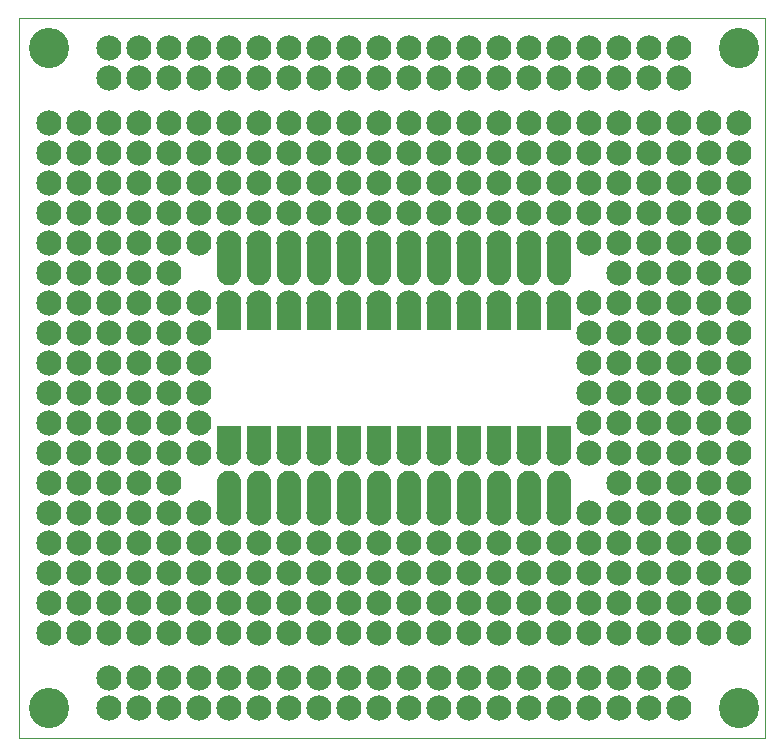
<source format=gts>
G75*
%MOIN*%
%OFA0B0*%
%FSLAX25Y25*%
%IPPOS*%
%LPD*%
%AMOC8*
5,1,8,0,0,1.08239X$1,22.5*
%
%ADD10C,0.00000*%
%ADD11C,0.13398*%
%ADD12C,0.08200*%
%ADD13C,0.08400*%
%ADD14R,0.08400X0.08400*%
D10*
X0001167Y0001000D02*
X0001167Y0240961D01*
X0249867Y0240961D01*
X0249867Y0001000D01*
X0001167Y0001000D01*
X0004868Y0011000D02*
X0004870Y0011158D01*
X0004876Y0011316D01*
X0004886Y0011474D01*
X0004900Y0011632D01*
X0004918Y0011789D01*
X0004939Y0011946D01*
X0004965Y0012102D01*
X0004995Y0012258D01*
X0005028Y0012413D01*
X0005066Y0012566D01*
X0005107Y0012719D01*
X0005152Y0012871D01*
X0005201Y0013022D01*
X0005254Y0013171D01*
X0005310Y0013319D01*
X0005370Y0013465D01*
X0005434Y0013610D01*
X0005502Y0013753D01*
X0005573Y0013895D01*
X0005647Y0014035D01*
X0005725Y0014172D01*
X0005807Y0014308D01*
X0005891Y0014442D01*
X0005980Y0014573D01*
X0006071Y0014702D01*
X0006166Y0014829D01*
X0006263Y0014954D01*
X0006364Y0015076D01*
X0006468Y0015195D01*
X0006575Y0015312D01*
X0006685Y0015426D01*
X0006798Y0015537D01*
X0006913Y0015646D01*
X0007031Y0015751D01*
X0007152Y0015853D01*
X0007275Y0015953D01*
X0007401Y0016049D01*
X0007529Y0016142D01*
X0007659Y0016232D01*
X0007792Y0016318D01*
X0007927Y0016402D01*
X0008063Y0016481D01*
X0008202Y0016558D01*
X0008343Y0016630D01*
X0008485Y0016700D01*
X0008629Y0016765D01*
X0008775Y0016827D01*
X0008922Y0016885D01*
X0009071Y0016940D01*
X0009221Y0016991D01*
X0009372Y0017038D01*
X0009524Y0017081D01*
X0009677Y0017120D01*
X0009832Y0017156D01*
X0009987Y0017187D01*
X0010143Y0017215D01*
X0010299Y0017239D01*
X0010456Y0017259D01*
X0010614Y0017275D01*
X0010771Y0017287D01*
X0010930Y0017295D01*
X0011088Y0017299D01*
X0011246Y0017299D01*
X0011404Y0017295D01*
X0011563Y0017287D01*
X0011720Y0017275D01*
X0011878Y0017259D01*
X0012035Y0017239D01*
X0012191Y0017215D01*
X0012347Y0017187D01*
X0012502Y0017156D01*
X0012657Y0017120D01*
X0012810Y0017081D01*
X0012962Y0017038D01*
X0013113Y0016991D01*
X0013263Y0016940D01*
X0013412Y0016885D01*
X0013559Y0016827D01*
X0013705Y0016765D01*
X0013849Y0016700D01*
X0013991Y0016630D01*
X0014132Y0016558D01*
X0014271Y0016481D01*
X0014407Y0016402D01*
X0014542Y0016318D01*
X0014675Y0016232D01*
X0014805Y0016142D01*
X0014933Y0016049D01*
X0015059Y0015953D01*
X0015182Y0015853D01*
X0015303Y0015751D01*
X0015421Y0015646D01*
X0015536Y0015537D01*
X0015649Y0015426D01*
X0015759Y0015312D01*
X0015866Y0015195D01*
X0015970Y0015076D01*
X0016071Y0014954D01*
X0016168Y0014829D01*
X0016263Y0014702D01*
X0016354Y0014573D01*
X0016443Y0014442D01*
X0016527Y0014308D01*
X0016609Y0014172D01*
X0016687Y0014035D01*
X0016761Y0013895D01*
X0016832Y0013753D01*
X0016900Y0013610D01*
X0016964Y0013465D01*
X0017024Y0013319D01*
X0017080Y0013171D01*
X0017133Y0013022D01*
X0017182Y0012871D01*
X0017227Y0012719D01*
X0017268Y0012566D01*
X0017306Y0012413D01*
X0017339Y0012258D01*
X0017369Y0012102D01*
X0017395Y0011946D01*
X0017416Y0011789D01*
X0017434Y0011632D01*
X0017448Y0011474D01*
X0017458Y0011316D01*
X0017464Y0011158D01*
X0017466Y0011000D01*
X0017464Y0010842D01*
X0017458Y0010684D01*
X0017448Y0010526D01*
X0017434Y0010368D01*
X0017416Y0010211D01*
X0017395Y0010054D01*
X0017369Y0009898D01*
X0017339Y0009742D01*
X0017306Y0009587D01*
X0017268Y0009434D01*
X0017227Y0009281D01*
X0017182Y0009129D01*
X0017133Y0008978D01*
X0017080Y0008829D01*
X0017024Y0008681D01*
X0016964Y0008535D01*
X0016900Y0008390D01*
X0016832Y0008247D01*
X0016761Y0008105D01*
X0016687Y0007965D01*
X0016609Y0007828D01*
X0016527Y0007692D01*
X0016443Y0007558D01*
X0016354Y0007427D01*
X0016263Y0007298D01*
X0016168Y0007171D01*
X0016071Y0007046D01*
X0015970Y0006924D01*
X0015866Y0006805D01*
X0015759Y0006688D01*
X0015649Y0006574D01*
X0015536Y0006463D01*
X0015421Y0006354D01*
X0015303Y0006249D01*
X0015182Y0006147D01*
X0015059Y0006047D01*
X0014933Y0005951D01*
X0014805Y0005858D01*
X0014675Y0005768D01*
X0014542Y0005682D01*
X0014407Y0005598D01*
X0014271Y0005519D01*
X0014132Y0005442D01*
X0013991Y0005370D01*
X0013849Y0005300D01*
X0013705Y0005235D01*
X0013559Y0005173D01*
X0013412Y0005115D01*
X0013263Y0005060D01*
X0013113Y0005009D01*
X0012962Y0004962D01*
X0012810Y0004919D01*
X0012657Y0004880D01*
X0012502Y0004844D01*
X0012347Y0004813D01*
X0012191Y0004785D01*
X0012035Y0004761D01*
X0011878Y0004741D01*
X0011720Y0004725D01*
X0011563Y0004713D01*
X0011404Y0004705D01*
X0011246Y0004701D01*
X0011088Y0004701D01*
X0010930Y0004705D01*
X0010771Y0004713D01*
X0010614Y0004725D01*
X0010456Y0004741D01*
X0010299Y0004761D01*
X0010143Y0004785D01*
X0009987Y0004813D01*
X0009832Y0004844D01*
X0009677Y0004880D01*
X0009524Y0004919D01*
X0009372Y0004962D01*
X0009221Y0005009D01*
X0009071Y0005060D01*
X0008922Y0005115D01*
X0008775Y0005173D01*
X0008629Y0005235D01*
X0008485Y0005300D01*
X0008343Y0005370D01*
X0008202Y0005442D01*
X0008063Y0005519D01*
X0007927Y0005598D01*
X0007792Y0005682D01*
X0007659Y0005768D01*
X0007529Y0005858D01*
X0007401Y0005951D01*
X0007275Y0006047D01*
X0007152Y0006147D01*
X0007031Y0006249D01*
X0006913Y0006354D01*
X0006798Y0006463D01*
X0006685Y0006574D01*
X0006575Y0006688D01*
X0006468Y0006805D01*
X0006364Y0006924D01*
X0006263Y0007046D01*
X0006166Y0007171D01*
X0006071Y0007298D01*
X0005980Y0007427D01*
X0005891Y0007558D01*
X0005807Y0007692D01*
X0005725Y0007828D01*
X0005647Y0007965D01*
X0005573Y0008105D01*
X0005502Y0008247D01*
X0005434Y0008390D01*
X0005370Y0008535D01*
X0005310Y0008681D01*
X0005254Y0008829D01*
X0005201Y0008978D01*
X0005152Y0009129D01*
X0005107Y0009281D01*
X0005066Y0009434D01*
X0005028Y0009587D01*
X0004995Y0009742D01*
X0004965Y0009898D01*
X0004939Y0010054D01*
X0004918Y0010211D01*
X0004900Y0010368D01*
X0004886Y0010526D01*
X0004876Y0010684D01*
X0004870Y0010842D01*
X0004868Y0011000D01*
X0004868Y0231000D02*
X0004870Y0231158D01*
X0004876Y0231316D01*
X0004886Y0231474D01*
X0004900Y0231632D01*
X0004918Y0231789D01*
X0004939Y0231946D01*
X0004965Y0232102D01*
X0004995Y0232258D01*
X0005028Y0232413D01*
X0005066Y0232566D01*
X0005107Y0232719D01*
X0005152Y0232871D01*
X0005201Y0233022D01*
X0005254Y0233171D01*
X0005310Y0233319D01*
X0005370Y0233465D01*
X0005434Y0233610D01*
X0005502Y0233753D01*
X0005573Y0233895D01*
X0005647Y0234035D01*
X0005725Y0234172D01*
X0005807Y0234308D01*
X0005891Y0234442D01*
X0005980Y0234573D01*
X0006071Y0234702D01*
X0006166Y0234829D01*
X0006263Y0234954D01*
X0006364Y0235076D01*
X0006468Y0235195D01*
X0006575Y0235312D01*
X0006685Y0235426D01*
X0006798Y0235537D01*
X0006913Y0235646D01*
X0007031Y0235751D01*
X0007152Y0235853D01*
X0007275Y0235953D01*
X0007401Y0236049D01*
X0007529Y0236142D01*
X0007659Y0236232D01*
X0007792Y0236318D01*
X0007927Y0236402D01*
X0008063Y0236481D01*
X0008202Y0236558D01*
X0008343Y0236630D01*
X0008485Y0236700D01*
X0008629Y0236765D01*
X0008775Y0236827D01*
X0008922Y0236885D01*
X0009071Y0236940D01*
X0009221Y0236991D01*
X0009372Y0237038D01*
X0009524Y0237081D01*
X0009677Y0237120D01*
X0009832Y0237156D01*
X0009987Y0237187D01*
X0010143Y0237215D01*
X0010299Y0237239D01*
X0010456Y0237259D01*
X0010614Y0237275D01*
X0010771Y0237287D01*
X0010930Y0237295D01*
X0011088Y0237299D01*
X0011246Y0237299D01*
X0011404Y0237295D01*
X0011563Y0237287D01*
X0011720Y0237275D01*
X0011878Y0237259D01*
X0012035Y0237239D01*
X0012191Y0237215D01*
X0012347Y0237187D01*
X0012502Y0237156D01*
X0012657Y0237120D01*
X0012810Y0237081D01*
X0012962Y0237038D01*
X0013113Y0236991D01*
X0013263Y0236940D01*
X0013412Y0236885D01*
X0013559Y0236827D01*
X0013705Y0236765D01*
X0013849Y0236700D01*
X0013991Y0236630D01*
X0014132Y0236558D01*
X0014271Y0236481D01*
X0014407Y0236402D01*
X0014542Y0236318D01*
X0014675Y0236232D01*
X0014805Y0236142D01*
X0014933Y0236049D01*
X0015059Y0235953D01*
X0015182Y0235853D01*
X0015303Y0235751D01*
X0015421Y0235646D01*
X0015536Y0235537D01*
X0015649Y0235426D01*
X0015759Y0235312D01*
X0015866Y0235195D01*
X0015970Y0235076D01*
X0016071Y0234954D01*
X0016168Y0234829D01*
X0016263Y0234702D01*
X0016354Y0234573D01*
X0016443Y0234442D01*
X0016527Y0234308D01*
X0016609Y0234172D01*
X0016687Y0234035D01*
X0016761Y0233895D01*
X0016832Y0233753D01*
X0016900Y0233610D01*
X0016964Y0233465D01*
X0017024Y0233319D01*
X0017080Y0233171D01*
X0017133Y0233022D01*
X0017182Y0232871D01*
X0017227Y0232719D01*
X0017268Y0232566D01*
X0017306Y0232413D01*
X0017339Y0232258D01*
X0017369Y0232102D01*
X0017395Y0231946D01*
X0017416Y0231789D01*
X0017434Y0231632D01*
X0017448Y0231474D01*
X0017458Y0231316D01*
X0017464Y0231158D01*
X0017466Y0231000D01*
X0017464Y0230842D01*
X0017458Y0230684D01*
X0017448Y0230526D01*
X0017434Y0230368D01*
X0017416Y0230211D01*
X0017395Y0230054D01*
X0017369Y0229898D01*
X0017339Y0229742D01*
X0017306Y0229587D01*
X0017268Y0229434D01*
X0017227Y0229281D01*
X0017182Y0229129D01*
X0017133Y0228978D01*
X0017080Y0228829D01*
X0017024Y0228681D01*
X0016964Y0228535D01*
X0016900Y0228390D01*
X0016832Y0228247D01*
X0016761Y0228105D01*
X0016687Y0227965D01*
X0016609Y0227828D01*
X0016527Y0227692D01*
X0016443Y0227558D01*
X0016354Y0227427D01*
X0016263Y0227298D01*
X0016168Y0227171D01*
X0016071Y0227046D01*
X0015970Y0226924D01*
X0015866Y0226805D01*
X0015759Y0226688D01*
X0015649Y0226574D01*
X0015536Y0226463D01*
X0015421Y0226354D01*
X0015303Y0226249D01*
X0015182Y0226147D01*
X0015059Y0226047D01*
X0014933Y0225951D01*
X0014805Y0225858D01*
X0014675Y0225768D01*
X0014542Y0225682D01*
X0014407Y0225598D01*
X0014271Y0225519D01*
X0014132Y0225442D01*
X0013991Y0225370D01*
X0013849Y0225300D01*
X0013705Y0225235D01*
X0013559Y0225173D01*
X0013412Y0225115D01*
X0013263Y0225060D01*
X0013113Y0225009D01*
X0012962Y0224962D01*
X0012810Y0224919D01*
X0012657Y0224880D01*
X0012502Y0224844D01*
X0012347Y0224813D01*
X0012191Y0224785D01*
X0012035Y0224761D01*
X0011878Y0224741D01*
X0011720Y0224725D01*
X0011563Y0224713D01*
X0011404Y0224705D01*
X0011246Y0224701D01*
X0011088Y0224701D01*
X0010930Y0224705D01*
X0010771Y0224713D01*
X0010614Y0224725D01*
X0010456Y0224741D01*
X0010299Y0224761D01*
X0010143Y0224785D01*
X0009987Y0224813D01*
X0009832Y0224844D01*
X0009677Y0224880D01*
X0009524Y0224919D01*
X0009372Y0224962D01*
X0009221Y0225009D01*
X0009071Y0225060D01*
X0008922Y0225115D01*
X0008775Y0225173D01*
X0008629Y0225235D01*
X0008485Y0225300D01*
X0008343Y0225370D01*
X0008202Y0225442D01*
X0008063Y0225519D01*
X0007927Y0225598D01*
X0007792Y0225682D01*
X0007659Y0225768D01*
X0007529Y0225858D01*
X0007401Y0225951D01*
X0007275Y0226047D01*
X0007152Y0226147D01*
X0007031Y0226249D01*
X0006913Y0226354D01*
X0006798Y0226463D01*
X0006685Y0226574D01*
X0006575Y0226688D01*
X0006468Y0226805D01*
X0006364Y0226924D01*
X0006263Y0227046D01*
X0006166Y0227171D01*
X0006071Y0227298D01*
X0005980Y0227427D01*
X0005891Y0227558D01*
X0005807Y0227692D01*
X0005725Y0227828D01*
X0005647Y0227965D01*
X0005573Y0228105D01*
X0005502Y0228247D01*
X0005434Y0228390D01*
X0005370Y0228535D01*
X0005310Y0228681D01*
X0005254Y0228829D01*
X0005201Y0228978D01*
X0005152Y0229129D01*
X0005107Y0229281D01*
X0005066Y0229434D01*
X0005028Y0229587D01*
X0004995Y0229742D01*
X0004965Y0229898D01*
X0004939Y0230054D01*
X0004918Y0230211D01*
X0004900Y0230368D01*
X0004886Y0230526D01*
X0004876Y0230684D01*
X0004870Y0230842D01*
X0004868Y0231000D01*
X0234868Y0231000D02*
X0234870Y0231158D01*
X0234876Y0231316D01*
X0234886Y0231474D01*
X0234900Y0231632D01*
X0234918Y0231789D01*
X0234939Y0231946D01*
X0234965Y0232102D01*
X0234995Y0232258D01*
X0235028Y0232413D01*
X0235066Y0232566D01*
X0235107Y0232719D01*
X0235152Y0232871D01*
X0235201Y0233022D01*
X0235254Y0233171D01*
X0235310Y0233319D01*
X0235370Y0233465D01*
X0235434Y0233610D01*
X0235502Y0233753D01*
X0235573Y0233895D01*
X0235647Y0234035D01*
X0235725Y0234172D01*
X0235807Y0234308D01*
X0235891Y0234442D01*
X0235980Y0234573D01*
X0236071Y0234702D01*
X0236166Y0234829D01*
X0236263Y0234954D01*
X0236364Y0235076D01*
X0236468Y0235195D01*
X0236575Y0235312D01*
X0236685Y0235426D01*
X0236798Y0235537D01*
X0236913Y0235646D01*
X0237031Y0235751D01*
X0237152Y0235853D01*
X0237275Y0235953D01*
X0237401Y0236049D01*
X0237529Y0236142D01*
X0237659Y0236232D01*
X0237792Y0236318D01*
X0237927Y0236402D01*
X0238063Y0236481D01*
X0238202Y0236558D01*
X0238343Y0236630D01*
X0238485Y0236700D01*
X0238629Y0236765D01*
X0238775Y0236827D01*
X0238922Y0236885D01*
X0239071Y0236940D01*
X0239221Y0236991D01*
X0239372Y0237038D01*
X0239524Y0237081D01*
X0239677Y0237120D01*
X0239832Y0237156D01*
X0239987Y0237187D01*
X0240143Y0237215D01*
X0240299Y0237239D01*
X0240456Y0237259D01*
X0240614Y0237275D01*
X0240771Y0237287D01*
X0240930Y0237295D01*
X0241088Y0237299D01*
X0241246Y0237299D01*
X0241404Y0237295D01*
X0241563Y0237287D01*
X0241720Y0237275D01*
X0241878Y0237259D01*
X0242035Y0237239D01*
X0242191Y0237215D01*
X0242347Y0237187D01*
X0242502Y0237156D01*
X0242657Y0237120D01*
X0242810Y0237081D01*
X0242962Y0237038D01*
X0243113Y0236991D01*
X0243263Y0236940D01*
X0243412Y0236885D01*
X0243559Y0236827D01*
X0243705Y0236765D01*
X0243849Y0236700D01*
X0243991Y0236630D01*
X0244132Y0236558D01*
X0244271Y0236481D01*
X0244407Y0236402D01*
X0244542Y0236318D01*
X0244675Y0236232D01*
X0244805Y0236142D01*
X0244933Y0236049D01*
X0245059Y0235953D01*
X0245182Y0235853D01*
X0245303Y0235751D01*
X0245421Y0235646D01*
X0245536Y0235537D01*
X0245649Y0235426D01*
X0245759Y0235312D01*
X0245866Y0235195D01*
X0245970Y0235076D01*
X0246071Y0234954D01*
X0246168Y0234829D01*
X0246263Y0234702D01*
X0246354Y0234573D01*
X0246443Y0234442D01*
X0246527Y0234308D01*
X0246609Y0234172D01*
X0246687Y0234035D01*
X0246761Y0233895D01*
X0246832Y0233753D01*
X0246900Y0233610D01*
X0246964Y0233465D01*
X0247024Y0233319D01*
X0247080Y0233171D01*
X0247133Y0233022D01*
X0247182Y0232871D01*
X0247227Y0232719D01*
X0247268Y0232566D01*
X0247306Y0232413D01*
X0247339Y0232258D01*
X0247369Y0232102D01*
X0247395Y0231946D01*
X0247416Y0231789D01*
X0247434Y0231632D01*
X0247448Y0231474D01*
X0247458Y0231316D01*
X0247464Y0231158D01*
X0247466Y0231000D01*
X0247464Y0230842D01*
X0247458Y0230684D01*
X0247448Y0230526D01*
X0247434Y0230368D01*
X0247416Y0230211D01*
X0247395Y0230054D01*
X0247369Y0229898D01*
X0247339Y0229742D01*
X0247306Y0229587D01*
X0247268Y0229434D01*
X0247227Y0229281D01*
X0247182Y0229129D01*
X0247133Y0228978D01*
X0247080Y0228829D01*
X0247024Y0228681D01*
X0246964Y0228535D01*
X0246900Y0228390D01*
X0246832Y0228247D01*
X0246761Y0228105D01*
X0246687Y0227965D01*
X0246609Y0227828D01*
X0246527Y0227692D01*
X0246443Y0227558D01*
X0246354Y0227427D01*
X0246263Y0227298D01*
X0246168Y0227171D01*
X0246071Y0227046D01*
X0245970Y0226924D01*
X0245866Y0226805D01*
X0245759Y0226688D01*
X0245649Y0226574D01*
X0245536Y0226463D01*
X0245421Y0226354D01*
X0245303Y0226249D01*
X0245182Y0226147D01*
X0245059Y0226047D01*
X0244933Y0225951D01*
X0244805Y0225858D01*
X0244675Y0225768D01*
X0244542Y0225682D01*
X0244407Y0225598D01*
X0244271Y0225519D01*
X0244132Y0225442D01*
X0243991Y0225370D01*
X0243849Y0225300D01*
X0243705Y0225235D01*
X0243559Y0225173D01*
X0243412Y0225115D01*
X0243263Y0225060D01*
X0243113Y0225009D01*
X0242962Y0224962D01*
X0242810Y0224919D01*
X0242657Y0224880D01*
X0242502Y0224844D01*
X0242347Y0224813D01*
X0242191Y0224785D01*
X0242035Y0224761D01*
X0241878Y0224741D01*
X0241720Y0224725D01*
X0241563Y0224713D01*
X0241404Y0224705D01*
X0241246Y0224701D01*
X0241088Y0224701D01*
X0240930Y0224705D01*
X0240771Y0224713D01*
X0240614Y0224725D01*
X0240456Y0224741D01*
X0240299Y0224761D01*
X0240143Y0224785D01*
X0239987Y0224813D01*
X0239832Y0224844D01*
X0239677Y0224880D01*
X0239524Y0224919D01*
X0239372Y0224962D01*
X0239221Y0225009D01*
X0239071Y0225060D01*
X0238922Y0225115D01*
X0238775Y0225173D01*
X0238629Y0225235D01*
X0238485Y0225300D01*
X0238343Y0225370D01*
X0238202Y0225442D01*
X0238063Y0225519D01*
X0237927Y0225598D01*
X0237792Y0225682D01*
X0237659Y0225768D01*
X0237529Y0225858D01*
X0237401Y0225951D01*
X0237275Y0226047D01*
X0237152Y0226147D01*
X0237031Y0226249D01*
X0236913Y0226354D01*
X0236798Y0226463D01*
X0236685Y0226574D01*
X0236575Y0226688D01*
X0236468Y0226805D01*
X0236364Y0226924D01*
X0236263Y0227046D01*
X0236166Y0227171D01*
X0236071Y0227298D01*
X0235980Y0227427D01*
X0235891Y0227558D01*
X0235807Y0227692D01*
X0235725Y0227828D01*
X0235647Y0227965D01*
X0235573Y0228105D01*
X0235502Y0228247D01*
X0235434Y0228390D01*
X0235370Y0228535D01*
X0235310Y0228681D01*
X0235254Y0228829D01*
X0235201Y0228978D01*
X0235152Y0229129D01*
X0235107Y0229281D01*
X0235066Y0229434D01*
X0235028Y0229587D01*
X0234995Y0229742D01*
X0234965Y0229898D01*
X0234939Y0230054D01*
X0234918Y0230211D01*
X0234900Y0230368D01*
X0234886Y0230526D01*
X0234876Y0230684D01*
X0234870Y0230842D01*
X0234868Y0231000D01*
X0234868Y0011000D02*
X0234870Y0011158D01*
X0234876Y0011316D01*
X0234886Y0011474D01*
X0234900Y0011632D01*
X0234918Y0011789D01*
X0234939Y0011946D01*
X0234965Y0012102D01*
X0234995Y0012258D01*
X0235028Y0012413D01*
X0235066Y0012566D01*
X0235107Y0012719D01*
X0235152Y0012871D01*
X0235201Y0013022D01*
X0235254Y0013171D01*
X0235310Y0013319D01*
X0235370Y0013465D01*
X0235434Y0013610D01*
X0235502Y0013753D01*
X0235573Y0013895D01*
X0235647Y0014035D01*
X0235725Y0014172D01*
X0235807Y0014308D01*
X0235891Y0014442D01*
X0235980Y0014573D01*
X0236071Y0014702D01*
X0236166Y0014829D01*
X0236263Y0014954D01*
X0236364Y0015076D01*
X0236468Y0015195D01*
X0236575Y0015312D01*
X0236685Y0015426D01*
X0236798Y0015537D01*
X0236913Y0015646D01*
X0237031Y0015751D01*
X0237152Y0015853D01*
X0237275Y0015953D01*
X0237401Y0016049D01*
X0237529Y0016142D01*
X0237659Y0016232D01*
X0237792Y0016318D01*
X0237927Y0016402D01*
X0238063Y0016481D01*
X0238202Y0016558D01*
X0238343Y0016630D01*
X0238485Y0016700D01*
X0238629Y0016765D01*
X0238775Y0016827D01*
X0238922Y0016885D01*
X0239071Y0016940D01*
X0239221Y0016991D01*
X0239372Y0017038D01*
X0239524Y0017081D01*
X0239677Y0017120D01*
X0239832Y0017156D01*
X0239987Y0017187D01*
X0240143Y0017215D01*
X0240299Y0017239D01*
X0240456Y0017259D01*
X0240614Y0017275D01*
X0240771Y0017287D01*
X0240930Y0017295D01*
X0241088Y0017299D01*
X0241246Y0017299D01*
X0241404Y0017295D01*
X0241563Y0017287D01*
X0241720Y0017275D01*
X0241878Y0017259D01*
X0242035Y0017239D01*
X0242191Y0017215D01*
X0242347Y0017187D01*
X0242502Y0017156D01*
X0242657Y0017120D01*
X0242810Y0017081D01*
X0242962Y0017038D01*
X0243113Y0016991D01*
X0243263Y0016940D01*
X0243412Y0016885D01*
X0243559Y0016827D01*
X0243705Y0016765D01*
X0243849Y0016700D01*
X0243991Y0016630D01*
X0244132Y0016558D01*
X0244271Y0016481D01*
X0244407Y0016402D01*
X0244542Y0016318D01*
X0244675Y0016232D01*
X0244805Y0016142D01*
X0244933Y0016049D01*
X0245059Y0015953D01*
X0245182Y0015853D01*
X0245303Y0015751D01*
X0245421Y0015646D01*
X0245536Y0015537D01*
X0245649Y0015426D01*
X0245759Y0015312D01*
X0245866Y0015195D01*
X0245970Y0015076D01*
X0246071Y0014954D01*
X0246168Y0014829D01*
X0246263Y0014702D01*
X0246354Y0014573D01*
X0246443Y0014442D01*
X0246527Y0014308D01*
X0246609Y0014172D01*
X0246687Y0014035D01*
X0246761Y0013895D01*
X0246832Y0013753D01*
X0246900Y0013610D01*
X0246964Y0013465D01*
X0247024Y0013319D01*
X0247080Y0013171D01*
X0247133Y0013022D01*
X0247182Y0012871D01*
X0247227Y0012719D01*
X0247268Y0012566D01*
X0247306Y0012413D01*
X0247339Y0012258D01*
X0247369Y0012102D01*
X0247395Y0011946D01*
X0247416Y0011789D01*
X0247434Y0011632D01*
X0247448Y0011474D01*
X0247458Y0011316D01*
X0247464Y0011158D01*
X0247466Y0011000D01*
X0247464Y0010842D01*
X0247458Y0010684D01*
X0247448Y0010526D01*
X0247434Y0010368D01*
X0247416Y0010211D01*
X0247395Y0010054D01*
X0247369Y0009898D01*
X0247339Y0009742D01*
X0247306Y0009587D01*
X0247268Y0009434D01*
X0247227Y0009281D01*
X0247182Y0009129D01*
X0247133Y0008978D01*
X0247080Y0008829D01*
X0247024Y0008681D01*
X0246964Y0008535D01*
X0246900Y0008390D01*
X0246832Y0008247D01*
X0246761Y0008105D01*
X0246687Y0007965D01*
X0246609Y0007828D01*
X0246527Y0007692D01*
X0246443Y0007558D01*
X0246354Y0007427D01*
X0246263Y0007298D01*
X0246168Y0007171D01*
X0246071Y0007046D01*
X0245970Y0006924D01*
X0245866Y0006805D01*
X0245759Y0006688D01*
X0245649Y0006574D01*
X0245536Y0006463D01*
X0245421Y0006354D01*
X0245303Y0006249D01*
X0245182Y0006147D01*
X0245059Y0006047D01*
X0244933Y0005951D01*
X0244805Y0005858D01*
X0244675Y0005768D01*
X0244542Y0005682D01*
X0244407Y0005598D01*
X0244271Y0005519D01*
X0244132Y0005442D01*
X0243991Y0005370D01*
X0243849Y0005300D01*
X0243705Y0005235D01*
X0243559Y0005173D01*
X0243412Y0005115D01*
X0243263Y0005060D01*
X0243113Y0005009D01*
X0242962Y0004962D01*
X0242810Y0004919D01*
X0242657Y0004880D01*
X0242502Y0004844D01*
X0242347Y0004813D01*
X0242191Y0004785D01*
X0242035Y0004761D01*
X0241878Y0004741D01*
X0241720Y0004725D01*
X0241563Y0004713D01*
X0241404Y0004705D01*
X0241246Y0004701D01*
X0241088Y0004701D01*
X0240930Y0004705D01*
X0240771Y0004713D01*
X0240614Y0004725D01*
X0240456Y0004741D01*
X0240299Y0004761D01*
X0240143Y0004785D01*
X0239987Y0004813D01*
X0239832Y0004844D01*
X0239677Y0004880D01*
X0239524Y0004919D01*
X0239372Y0004962D01*
X0239221Y0005009D01*
X0239071Y0005060D01*
X0238922Y0005115D01*
X0238775Y0005173D01*
X0238629Y0005235D01*
X0238485Y0005300D01*
X0238343Y0005370D01*
X0238202Y0005442D01*
X0238063Y0005519D01*
X0237927Y0005598D01*
X0237792Y0005682D01*
X0237659Y0005768D01*
X0237529Y0005858D01*
X0237401Y0005951D01*
X0237275Y0006047D01*
X0237152Y0006147D01*
X0237031Y0006249D01*
X0236913Y0006354D01*
X0236798Y0006463D01*
X0236685Y0006574D01*
X0236575Y0006688D01*
X0236468Y0006805D01*
X0236364Y0006924D01*
X0236263Y0007046D01*
X0236166Y0007171D01*
X0236071Y0007298D01*
X0235980Y0007427D01*
X0235891Y0007558D01*
X0235807Y0007692D01*
X0235725Y0007828D01*
X0235647Y0007965D01*
X0235573Y0008105D01*
X0235502Y0008247D01*
X0235434Y0008390D01*
X0235370Y0008535D01*
X0235310Y0008681D01*
X0235254Y0008829D01*
X0235201Y0008978D01*
X0235152Y0009129D01*
X0235107Y0009281D01*
X0235066Y0009434D01*
X0235028Y0009587D01*
X0234995Y0009742D01*
X0234965Y0009898D01*
X0234939Y0010054D01*
X0234918Y0010211D01*
X0234900Y0010368D01*
X0234886Y0010526D01*
X0234876Y0010684D01*
X0234870Y0010842D01*
X0234868Y0011000D01*
D11*
X0241167Y0011000D03*
X0241167Y0231000D03*
X0011167Y0231000D03*
X0011167Y0011000D03*
D12*
X0071167Y0086000D03*
X0081167Y0086000D03*
X0091167Y0086000D03*
X0101167Y0086000D03*
X0111167Y0086000D03*
X0121167Y0086000D03*
X0131167Y0086000D03*
X0141167Y0086000D03*
X0151167Y0086000D03*
X0161167Y0086000D03*
X0171167Y0086000D03*
X0181167Y0086000D03*
X0181167Y0156000D03*
X0171167Y0156000D03*
X0161167Y0156000D03*
X0151167Y0156000D03*
X0141167Y0156000D03*
X0131167Y0156000D03*
X0121167Y0156000D03*
X0111167Y0156000D03*
X0101167Y0156000D03*
X0091167Y0156000D03*
X0081167Y0156000D03*
X0071167Y0156000D03*
D13*
X0071167Y0146000D03*
X0081167Y0146000D03*
X0091167Y0146000D03*
X0101167Y0146000D03*
X0111167Y0146000D03*
X0121167Y0146000D03*
X0131167Y0146000D03*
X0141167Y0146000D03*
X0151167Y0146000D03*
X0161167Y0146000D03*
X0171167Y0146000D03*
X0181167Y0146000D03*
X0191167Y0146000D03*
X0201167Y0146000D03*
X0211167Y0146000D03*
X0221167Y0146000D03*
X0231167Y0146000D03*
X0241167Y0146000D03*
X0241167Y0136000D03*
X0241167Y0126000D03*
X0231167Y0126000D03*
X0231167Y0136000D03*
X0221167Y0136000D03*
X0221167Y0126000D03*
X0211167Y0126000D03*
X0211167Y0136000D03*
X0201167Y0136000D03*
X0201167Y0126000D03*
X0191167Y0126000D03*
X0191167Y0136000D03*
X0201167Y0156000D03*
X0211167Y0156000D03*
X0221167Y0156000D03*
X0231167Y0156000D03*
X0241167Y0156000D03*
X0241167Y0166000D03*
X0241167Y0176000D03*
X0241167Y0186000D03*
X0231167Y0186000D03*
X0231167Y0176000D03*
X0231167Y0166000D03*
X0221167Y0166000D03*
X0221167Y0176000D03*
X0221167Y0186000D03*
X0211167Y0186000D03*
X0211167Y0176000D03*
X0211167Y0166000D03*
X0201167Y0166000D03*
X0201167Y0176000D03*
X0201167Y0186000D03*
X0191167Y0186000D03*
X0191167Y0176000D03*
X0191167Y0166000D03*
X0181167Y0166000D03*
X0181167Y0176000D03*
X0181167Y0186000D03*
X0171167Y0186000D03*
X0171167Y0176000D03*
X0171167Y0166000D03*
X0161167Y0166000D03*
X0161167Y0176000D03*
X0161167Y0186000D03*
X0151167Y0186000D03*
X0151167Y0176000D03*
X0151167Y0166000D03*
X0141167Y0166000D03*
X0141167Y0176000D03*
X0141167Y0186000D03*
X0131167Y0186000D03*
X0131167Y0176000D03*
X0131167Y0166000D03*
X0121167Y0166000D03*
X0121167Y0176000D03*
X0121167Y0186000D03*
X0111167Y0186000D03*
X0111167Y0176000D03*
X0111167Y0166000D03*
X0101167Y0166000D03*
X0101167Y0176000D03*
X0101167Y0186000D03*
X0091167Y0186000D03*
X0091167Y0176000D03*
X0091167Y0166000D03*
X0081167Y0166000D03*
X0081167Y0176000D03*
X0081167Y0186000D03*
X0071167Y0186000D03*
X0071167Y0176000D03*
X0071167Y0166000D03*
X0061167Y0166000D03*
X0061167Y0176000D03*
X0061167Y0186000D03*
X0051167Y0186000D03*
X0051167Y0176000D03*
X0051167Y0166000D03*
X0051167Y0156000D03*
X0051167Y0146000D03*
X0061167Y0146000D03*
X0061167Y0136000D03*
X0061167Y0126000D03*
X0051167Y0126000D03*
X0051167Y0136000D03*
X0041167Y0136000D03*
X0041167Y0126000D03*
X0031167Y0126000D03*
X0031167Y0136000D03*
X0031167Y0146000D03*
X0041167Y0146000D03*
X0041167Y0156000D03*
X0041167Y0166000D03*
X0041167Y0176000D03*
X0041167Y0186000D03*
X0031167Y0186000D03*
X0031167Y0176000D03*
X0031167Y0166000D03*
X0031167Y0156000D03*
X0021167Y0156000D03*
X0021167Y0146000D03*
X0021167Y0136000D03*
X0021167Y0126000D03*
X0011167Y0126000D03*
X0011167Y0136000D03*
X0011167Y0146000D03*
X0011167Y0156000D03*
X0011167Y0166000D03*
X0021167Y0166000D03*
X0021167Y0176000D03*
X0021167Y0186000D03*
X0011167Y0186000D03*
X0011167Y0176000D03*
X0011167Y0196000D03*
X0021167Y0196000D03*
X0031167Y0196000D03*
X0041167Y0196000D03*
X0051167Y0196000D03*
X0061167Y0196000D03*
X0071167Y0196000D03*
X0081167Y0196000D03*
X0091167Y0196000D03*
X0101167Y0196000D03*
X0111167Y0196000D03*
X0121167Y0196000D03*
X0131167Y0196000D03*
X0141167Y0196000D03*
X0151167Y0196000D03*
X0161167Y0196000D03*
X0171167Y0196000D03*
X0181167Y0196000D03*
X0191167Y0196000D03*
X0201167Y0196000D03*
X0211167Y0196000D03*
X0221167Y0196000D03*
X0231167Y0196000D03*
X0241167Y0196000D03*
X0241167Y0206000D03*
X0231167Y0206000D03*
X0221167Y0206000D03*
X0211167Y0206000D03*
X0201167Y0206000D03*
X0191167Y0206000D03*
X0181167Y0206000D03*
X0171167Y0206000D03*
X0161167Y0206000D03*
X0151167Y0206000D03*
X0141167Y0206000D03*
X0131167Y0206000D03*
X0121167Y0206000D03*
X0111167Y0206000D03*
X0101167Y0206000D03*
X0091167Y0206000D03*
X0081167Y0206000D03*
X0071167Y0206000D03*
X0061167Y0206000D03*
X0051167Y0206000D03*
X0041167Y0206000D03*
X0031167Y0206000D03*
X0021167Y0206000D03*
X0011167Y0206000D03*
X0031167Y0221000D03*
X0041167Y0221000D03*
X0051167Y0221000D03*
X0061167Y0221000D03*
X0071167Y0221000D03*
X0081167Y0221000D03*
X0091167Y0221000D03*
X0101167Y0221000D03*
X0111167Y0221000D03*
X0121167Y0221000D03*
X0131167Y0221000D03*
X0141167Y0221000D03*
X0151167Y0221000D03*
X0161167Y0221000D03*
X0171167Y0221000D03*
X0181167Y0221000D03*
X0191167Y0221000D03*
X0201167Y0221000D03*
X0211167Y0221000D03*
X0221167Y0221000D03*
X0221167Y0231000D03*
X0211167Y0231000D03*
X0201167Y0231000D03*
X0191167Y0231000D03*
X0181167Y0231000D03*
X0171167Y0231000D03*
X0161167Y0231000D03*
X0151167Y0231000D03*
X0141167Y0231000D03*
X0131167Y0231000D03*
X0121167Y0231000D03*
X0111167Y0231000D03*
X0101167Y0231000D03*
X0091167Y0231000D03*
X0081167Y0231000D03*
X0071167Y0231000D03*
X0061167Y0231000D03*
X0051167Y0231000D03*
X0041167Y0231000D03*
X0031167Y0231000D03*
X0031167Y0116000D03*
X0041167Y0116000D03*
X0051167Y0116000D03*
X0061167Y0116000D03*
X0061167Y0106000D03*
X0061167Y0096000D03*
X0071167Y0096000D03*
X0081167Y0096000D03*
X0091167Y0096000D03*
X0101167Y0096000D03*
X0111167Y0096000D03*
X0121167Y0096000D03*
X0131167Y0096000D03*
X0141167Y0096000D03*
X0151167Y0096000D03*
X0161167Y0096000D03*
X0171167Y0096000D03*
X0181167Y0096000D03*
X0191167Y0096000D03*
X0201167Y0096000D03*
X0211167Y0096000D03*
X0221167Y0096000D03*
X0231167Y0096000D03*
X0241167Y0096000D03*
X0241167Y0086000D03*
X0241167Y0076000D03*
X0241167Y0066000D03*
X0241167Y0056000D03*
X0241167Y0046000D03*
X0231167Y0046000D03*
X0231167Y0056000D03*
X0231167Y0066000D03*
X0231167Y0076000D03*
X0231167Y0086000D03*
X0221167Y0086000D03*
X0221167Y0076000D03*
X0221167Y0066000D03*
X0221167Y0056000D03*
X0221167Y0046000D03*
X0211167Y0046000D03*
X0211167Y0056000D03*
X0211167Y0066000D03*
X0211167Y0076000D03*
X0211167Y0086000D03*
X0201167Y0086000D03*
X0201167Y0076000D03*
X0201167Y0066000D03*
X0201167Y0056000D03*
X0201167Y0046000D03*
X0191167Y0046000D03*
X0191167Y0056000D03*
X0191167Y0066000D03*
X0191167Y0076000D03*
X0181167Y0076000D03*
X0181167Y0066000D03*
X0181167Y0056000D03*
X0181167Y0046000D03*
X0171167Y0046000D03*
X0171167Y0056000D03*
X0171167Y0066000D03*
X0171167Y0076000D03*
X0161167Y0076000D03*
X0161167Y0066000D03*
X0161167Y0056000D03*
X0161167Y0046000D03*
X0151167Y0046000D03*
X0151167Y0056000D03*
X0151167Y0066000D03*
X0151167Y0076000D03*
X0141167Y0076000D03*
X0141167Y0066000D03*
X0141167Y0056000D03*
X0141167Y0046000D03*
X0131167Y0046000D03*
X0131167Y0056000D03*
X0131167Y0066000D03*
X0131167Y0076000D03*
X0121167Y0076000D03*
X0121167Y0076000D03*
X0121167Y0066000D03*
X0121167Y0056000D03*
X0121167Y0046000D03*
X0111167Y0046000D03*
X0111167Y0056000D03*
X0111167Y0066000D03*
X0111167Y0076000D03*
X0101167Y0076000D03*
X0101167Y0066000D03*
X0101167Y0056000D03*
X0101167Y0046000D03*
X0091167Y0046000D03*
X0091167Y0056000D03*
X0091167Y0066000D03*
X0091167Y0076000D03*
X0081167Y0076000D03*
X0081167Y0066000D03*
X0081167Y0056000D03*
X0081167Y0046000D03*
X0071167Y0046000D03*
X0071167Y0056000D03*
X0071167Y0066000D03*
X0071167Y0076000D03*
X0061167Y0076000D03*
X0061167Y0066000D03*
X0061167Y0056000D03*
X0061167Y0046000D03*
X0051167Y0046000D03*
X0051167Y0056000D03*
X0051167Y0066000D03*
X0051167Y0076000D03*
X0051167Y0086000D03*
X0051167Y0096000D03*
X0051167Y0106000D03*
X0041167Y0106000D03*
X0041167Y0096000D03*
X0041167Y0086000D03*
X0041167Y0076000D03*
X0041167Y0066000D03*
X0041167Y0056000D03*
X0041167Y0046000D03*
X0031167Y0046000D03*
X0031167Y0056000D03*
X0031167Y0066000D03*
X0031167Y0076000D03*
X0031167Y0086000D03*
X0031167Y0096000D03*
X0031167Y0106000D03*
X0021167Y0106000D03*
X0021167Y0096000D03*
X0021167Y0086000D03*
X0021167Y0076000D03*
X0021167Y0066000D03*
X0021167Y0056000D03*
X0021167Y0046000D03*
X0011167Y0046000D03*
X0011167Y0056000D03*
X0011167Y0066000D03*
X0011167Y0076000D03*
X0011167Y0086000D03*
X0011167Y0096000D03*
X0011167Y0106000D03*
X0011167Y0116000D03*
X0021167Y0116000D03*
X0021167Y0036000D03*
X0031167Y0036000D03*
X0041167Y0036000D03*
X0051167Y0036000D03*
X0061167Y0036000D03*
X0071167Y0036000D03*
X0081167Y0036000D03*
X0091167Y0036000D03*
X0101167Y0036000D03*
X0111167Y0036000D03*
X0121167Y0036000D03*
X0131167Y0036000D03*
X0141167Y0036000D03*
X0151167Y0036000D03*
X0161167Y0036000D03*
X0171167Y0036000D03*
X0181167Y0036000D03*
X0191167Y0036000D03*
X0201167Y0036000D03*
X0211167Y0036000D03*
X0221167Y0036000D03*
X0231167Y0036000D03*
X0241167Y0036000D03*
X0221167Y0021000D03*
X0221167Y0011000D03*
X0211167Y0011000D03*
X0211167Y0021000D03*
X0201167Y0021000D03*
X0201167Y0011000D03*
X0191167Y0011000D03*
X0191167Y0021000D03*
X0181167Y0021000D03*
X0181167Y0011000D03*
X0171167Y0011000D03*
X0171167Y0021000D03*
X0161167Y0021000D03*
X0161167Y0011000D03*
X0151167Y0011000D03*
X0151167Y0021000D03*
X0141167Y0021000D03*
X0141167Y0011000D03*
X0131167Y0011000D03*
X0131167Y0021000D03*
X0121167Y0021000D03*
X0121167Y0011000D03*
X0111167Y0011000D03*
X0111167Y0021000D03*
X0101167Y0021000D03*
X0101167Y0011000D03*
X0091167Y0011000D03*
X0091167Y0021000D03*
X0081167Y0021000D03*
X0081167Y0011000D03*
X0071167Y0011000D03*
X0071167Y0021000D03*
X0061167Y0021000D03*
X0061167Y0011000D03*
X0051167Y0011000D03*
X0051167Y0021000D03*
X0041167Y0021000D03*
X0041167Y0011000D03*
X0031167Y0011000D03*
X0031167Y0021000D03*
X0011167Y0036000D03*
X0191167Y0106000D03*
X0201167Y0106000D03*
X0211167Y0106000D03*
X0221167Y0106000D03*
X0231167Y0106000D03*
X0241167Y0106000D03*
X0241167Y0116000D03*
X0231167Y0116000D03*
X0221167Y0116000D03*
X0211167Y0116000D03*
X0201167Y0116000D03*
X0191167Y0116000D03*
D14*
X0181167Y0101000D03*
X0171167Y0101000D03*
X0161167Y0101000D03*
X0151167Y0101000D03*
X0141167Y0101000D03*
X0131167Y0101000D03*
X0121167Y0101000D03*
X0111167Y0101000D03*
X0101167Y0101000D03*
X0091167Y0101000D03*
X0081167Y0101000D03*
X0071167Y0101000D03*
X0071167Y0081000D03*
X0081167Y0081000D03*
X0091167Y0081000D03*
X0101167Y0081000D03*
X0111167Y0081000D03*
X0121167Y0081000D03*
X0131167Y0081000D03*
X0141167Y0081000D03*
X0151167Y0081000D03*
X0161167Y0081000D03*
X0171167Y0081000D03*
X0181167Y0081000D03*
X0181167Y0141000D03*
X0171167Y0141000D03*
X0161167Y0141000D03*
X0151167Y0141000D03*
X0141167Y0141000D03*
X0131167Y0141000D03*
X0121167Y0141000D03*
X0111167Y0141000D03*
X0101167Y0141000D03*
X0091167Y0141000D03*
X0081167Y0141000D03*
X0071167Y0141000D03*
X0071167Y0161000D03*
X0081167Y0161000D03*
X0091167Y0161000D03*
X0101167Y0161000D03*
X0111167Y0161000D03*
X0121167Y0161000D03*
X0131167Y0161000D03*
X0141167Y0161000D03*
X0151167Y0161000D03*
X0161167Y0161000D03*
X0171167Y0161000D03*
X0181167Y0161000D03*
M02*

</source>
